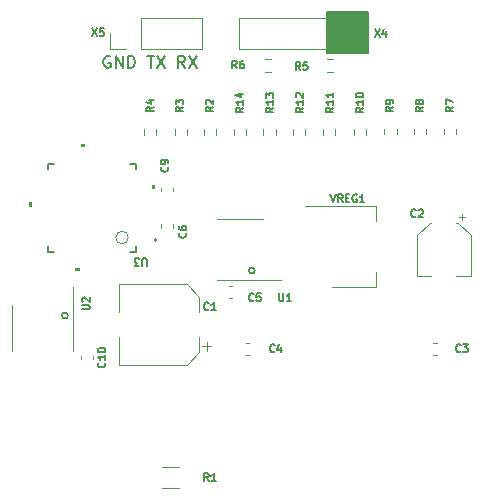
<source format=gbr>
%TF.GenerationSoftware,KiCad,Pcbnew,7.0.1*%
%TF.CreationDate,2024-04-15T22:24:01+02:00*%
%TF.ProjectId,nema17_driver,6e656d61-3137-45f6-9472-697665722e6b,rev?*%
%TF.SameCoordinates,Original*%
%TF.FileFunction,Legend,Top*%
%TF.FilePolarity,Positive*%
%FSLAX46Y46*%
G04 Gerber Fmt 4.6, Leading zero omitted, Abs format (unit mm)*
G04 Created by KiCad (PCBNEW 7.0.1) date 2024-04-15 22:24:01*
%MOMM*%
%LPD*%
G01*
G04 APERTURE LIST*
%ADD10C,0.150000*%
%ADD11C,0.120000*%
%ADD12C,0.152400*%
G04 APERTURE END LIST*
D10*
X131438749Y-86587999D02*
G75*
G03*
X131438749Y-86587999I-254000J0D01*
G01*
X147270000Y-82778000D02*
G75*
G03*
X147270000Y-82778000I-254000J0D01*
G01*
X135021591Y-64650072D02*
X134926353Y-64602453D01*
X134926353Y-64602453D02*
X134783496Y-64602453D01*
X134783496Y-64602453D02*
X134640639Y-64650072D01*
X134640639Y-64650072D02*
X134545401Y-64745310D01*
X134545401Y-64745310D02*
X134497782Y-64840548D01*
X134497782Y-64840548D02*
X134450163Y-65031024D01*
X134450163Y-65031024D02*
X134450163Y-65173881D01*
X134450163Y-65173881D02*
X134497782Y-65364357D01*
X134497782Y-65364357D02*
X134545401Y-65459595D01*
X134545401Y-65459595D02*
X134640639Y-65554834D01*
X134640639Y-65554834D02*
X134783496Y-65602453D01*
X134783496Y-65602453D02*
X134878734Y-65602453D01*
X134878734Y-65602453D02*
X135021591Y-65554834D01*
X135021591Y-65554834D02*
X135069210Y-65507214D01*
X135069210Y-65507214D02*
X135069210Y-65173881D01*
X135069210Y-65173881D02*
X134878734Y-65173881D01*
X135497782Y-65602453D02*
X135497782Y-64602453D01*
X135497782Y-64602453D02*
X136069210Y-65602453D01*
X136069210Y-65602453D02*
X136069210Y-64602453D01*
X136545401Y-65602453D02*
X136545401Y-64602453D01*
X136545401Y-64602453D02*
X136783496Y-64602453D01*
X136783496Y-64602453D02*
X136926353Y-64650072D01*
X136926353Y-64650072D02*
X137021591Y-64745310D01*
X137021591Y-64745310D02*
X137069210Y-64840548D01*
X137069210Y-64840548D02*
X137116829Y-65031024D01*
X137116829Y-65031024D02*
X137116829Y-65173881D01*
X137116829Y-65173881D02*
X137069210Y-65364357D01*
X137069210Y-65364357D02*
X137021591Y-65459595D01*
X137021591Y-65459595D02*
X136926353Y-65554834D01*
X136926353Y-65554834D02*
X136783496Y-65602453D01*
X136783496Y-65602453D02*
X136545401Y-65602453D01*
X138164449Y-64602453D02*
X138735877Y-64602453D01*
X138450163Y-65602453D02*
X138450163Y-64602453D01*
X138973973Y-64602453D02*
X139640639Y-65602453D01*
X139640639Y-64602453D02*
X138973973Y-65602453D01*
X141354925Y-65602453D02*
X141021592Y-65126262D01*
X140783497Y-65602453D02*
X140783497Y-64602453D01*
X140783497Y-64602453D02*
X141164449Y-64602453D01*
X141164449Y-64602453D02*
X141259687Y-64650072D01*
X141259687Y-64650072D02*
X141307306Y-64697691D01*
X141307306Y-64697691D02*
X141354925Y-64792929D01*
X141354925Y-64792929D02*
X141354925Y-64935786D01*
X141354925Y-64935786D02*
X141307306Y-65031024D01*
X141307306Y-65031024D02*
X141259687Y-65078643D01*
X141259687Y-65078643D02*
X141164449Y-65126262D01*
X141164449Y-65126262D02*
X140783497Y-65126262D01*
X141688259Y-64602453D02*
X142354925Y-65602453D01*
X142354925Y-64602453D02*
X141688259Y-65602453D01*
X153383986Y-60908552D02*
X156838386Y-60908552D01*
X156838386Y-64362952D01*
X153383986Y-64362952D01*
X153383986Y-60908552D01*
G36*
X153383986Y-60908552D02*
G01*
X156838386Y-60908552D01*
X156838386Y-64362952D01*
X153383986Y-64362952D01*
X153383986Y-60908552D01*
G37*
%TO.C,U3*%
X138113238Y-82365297D02*
X138113238Y-81839107D01*
X138113238Y-81839107D02*
X138082285Y-81777202D01*
X138082285Y-81777202D02*
X138051333Y-81746250D01*
X138051333Y-81746250D02*
X137989428Y-81715297D01*
X137989428Y-81715297D02*
X137865619Y-81715297D01*
X137865619Y-81715297D02*
X137803714Y-81746250D01*
X137803714Y-81746250D02*
X137772761Y-81777202D01*
X137772761Y-81777202D02*
X137741809Y-81839107D01*
X137741809Y-81839107D02*
X137741809Y-82365297D01*
X137494190Y-82365297D02*
X137091809Y-82365297D01*
X137091809Y-82365297D02*
X137308476Y-82117678D01*
X137308476Y-82117678D02*
X137215619Y-82117678D01*
X137215619Y-82117678D02*
X137153714Y-82086726D01*
X137153714Y-82086726D02*
X137122762Y-82055773D01*
X137122762Y-82055773D02*
X137091809Y-81993869D01*
X137091809Y-81993869D02*
X137091809Y-81839107D01*
X137091809Y-81839107D02*
X137122762Y-81777202D01*
X137122762Y-81777202D02*
X137153714Y-81746250D01*
X137153714Y-81746250D02*
X137215619Y-81715297D01*
X137215619Y-81715297D02*
X137401333Y-81715297D01*
X137401333Y-81715297D02*
X137463238Y-81746250D01*
X137463238Y-81746250D02*
X137494190Y-81777202D01*
%TO.C,R1*%
X143351666Y-100604702D02*
X143134999Y-100295178D01*
X142980237Y-100604702D02*
X142980237Y-99954702D01*
X142980237Y-99954702D02*
X143227856Y-99954702D01*
X143227856Y-99954702D02*
X143289761Y-99985654D01*
X143289761Y-99985654D02*
X143320714Y-100016607D01*
X143320714Y-100016607D02*
X143351666Y-100078511D01*
X143351666Y-100078511D02*
X143351666Y-100171369D01*
X143351666Y-100171369D02*
X143320714Y-100233273D01*
X143320714Y-100233273D02*
X143289761Y-100264226D01*
X143289761Y-100264226D02*
X143227856Y-100295178D01*
X143227856Y-100295178D02*
X142980237Y-100295178D01*
X143970714Y-100604702D02*
X143599285Y-100604702D01*
X143784999Y-100604702D02*
X143784999Y-99954702D01*
X143784999Y-99954702D02*
X143723095Y-100047559D01*
X143723095Y-100047559D02*
X143661190Y-100109464D01*
X143661190Y-100109464D02*
X143599285Y-100140416D01*
%TO.C,X5*%
X133485009Y-62261102D02*
X133918342Y-62911102D01*
X133918342Y-62261102D02*
X133485009Y-62911102D01*
X134475485Y-62261102D02*
X134165961Y-62261102D01*
X134165961Y-62261102D02*
X134135009Y-62570626D01*
X134135009Y-62570626D02*
X134165961Y-62539673D01*
X134165961Y-62539673D02*
X134227866Y-62508721D01*
X134227866Y-62508721D02*
X134382628Y-62508721D01*
X134382628Y-62508721D02*
X134444533Y-62539673D01*
X134444533Y-62539673D02*
X134475485Y-62570626D01*
X134475485Y-62570626D02*
X134506438Y-62632530D01*
X134506438Y-62632530D02*
X134506438Y-62787292D01*
X134506438Y-62787292D02*
X134475485Y-62849197D01*
X134475485Y-62849197D02*
X134444533Y-62880150D01*
X134444533Y-62880150D02*
X134382628Y-62911102D01*
X134382628Y-62911102D02*
X134227866Y-62911102D01*
X134227866Y-62911102D02*
X134165961Y-62880150D01*
X134165961Y-62880150D02*
X134135009Y-62849197D01*
%TO.C,R6*%
X145739266Y-65654302D02*
X145522599Y-65344778D01*
X145367837Y-65654302D02*
X145367837Y-65004302D01*
X145367837Y-65004302D02*
X145615456Y-65004302D01*
X145615456Y-65004302D02*
X145677361Y-65035254D01*
X145677361Y-65035254D02*
X145708314Y-65066207D01*
X145708314Y-65066207D02*
X145739266Y-65128111D01*
X145739266Y-65128111D02*
X145739266Y-65220969D01*
X145739266Y-65220969D02*
X145708314Y-65282873D01*
X145708314Y-65282873D02*
X145677361Y-65313826D01*
X145677361Y-65313826D02*
X145615456Y-65344778D01*
X145615456Y-65344778D02*
X145367837Y-65344778D01*
X146296409Y-65004302D02*
X146172599Y-65004302D01*
X146172599Y-65004302D02*
X146110695Y-65035254D01*
X146110695Y-65035254D02*
X146079742Y-65066207D01*
X146079742Y-65066207D02*
X146017837Y-65159064D01*
X146017837Y-65159064D02*
X145986885Y-65282873D01*
X145986885Y-65282873D02*
X145986885Y-65530492D01*
X145986885Y-65530492D02*
X146017837Y-65592397D01*
X146017837Y-65592397D02*
X146048790Y-65623350D01*
X146048790Y-65623350D02*
X146110695Y-65654302D01*
X146110695Y-65654302D02*
X146234504Y-65654302D01*
X146234504Y-65654302D02*
X146296409Y-65623350D01*
X146296409Y-65623350D02*
X146327361Y-65592397D01*
X146327361Y-65592397D02*
X146358314Y-65530492D01*
X146358314Y-65530492D02*
X146358314Y-65375730D01*
X146358314Y-65375730D02*
X146327361Y-65313826D01*
X146327361Y-65313826D02*
X146296409Y-65282873D01*
X146296409Y-65282873D02*
X146234504Y-65251921D01*
X146234504Y-65251921D02*
X146110695Y-65251921D01*
X146110695Y-65251921D02*
X146048790Y-65282873D01*
X146048790Y-65282873D02*
X146017837Y-65313826D01*
X146017837Y-65313826D02*
X145986885Y-65375730D01*
%TO.C,R9*%
X159000702Y-68916333D02*
X158691178Y-69133000D01*
X159000702Y-69287762D02*
X158350702Y-69287762D01*
X158350702Y-69287762D02*
X158350702Y-69040143D01*
X158350702Y-69040143D02*
X158381654Y-68978238D01*
X158381654Y-68978238D02*
X158412607Y-68947285D01*
X158412607Y-68947285D02*
X158474511Y-68916333D01*
X158474511Y-68916333D02*
X158567369Y-68916333D01*
X158567369Y-68916333D02*
X158629273Y-68947285D01*
X158629273Y-68947285D02*
X158660226Y-68978238D01*
X158660226Y-68978238D02*
X158691178Y-69040143D01*
X158691178Y-69040143D02*
X158691178Y-69287762D01*
X159000702Y-68606809D02*
X159000702Y-68483000D01*
X159000702Y-68483000D02*
X158969750Y-68421095D01*
X158969750Y-68421095D02*
X158938797Y-68390143D01*
X158938797Y-68390143D02*
X158845940Y-68328238D01*
X158845940Y-68328238D02*
X158722130Y-68297285D01*
X158722130Y-68297285D02*
X158474511Y-68297285D01*
X158474511Y-68297285D02*
X158412607Y-68328238D01*
X158412607Y-68328238D02*
X158381654Y-68359190D01*
X158381654Y-68359190D02*
X158350702Y-68421095D01*
X158350702Y-68421095D02*
X158350702Y-68544904D01*
X158350702Y-68544904D02*
X158381654Y-68606809D01*
X158381654Y-68606809D02*
X158412607Y-68637762D01*
X158412607Y-68637762D02*
X158474511Y-68668714D01*
X158474511Y-68668714D02*
X158629273Y-68668714D01*
X158629273Y-68668714D02*
X158691178Y-68637762D01*
X158691178Y-68637762D02*
X158722130Y-68606809D01*
X158722130Y-68606809D02*
X158753083Y-68544904D01*
X158753083Y-68544904D02*
X158753083Y-68421095D01*
X158753083Y-68421095D02*
X158722130Y-68359190D01*
X158722130Y-68359190D02*
X158691178Y-68328238D01*
X158691178Y-68328238D02*
X158629273Y-68297285D01*
%TO.C,C10*%
X134554797Y-90561857D02*
X134585750Y-90592809D01*
X134585750Y-90592809D02*
X134616702Y-90685667D01*
X134616702Y-90685667D02*
X134616702Y-90747571D01*
X134616702Y-90747571D02*
X134585750Y-90840428D01*
X134585750Y-90840428D02*
X134523845Y-90902333D01*
X134523845Y-90902333D02*
X134461940Y-90933286D01*
X134461940Y-90933286D02*
X134338130Y-90964238D01*
X134338130Y-90964238D02*
X134245273Y-90964238D01*
X134245273Y-90964238D02*
X134121464Y-90933286D01*
X134121464Y-90933286D02*
X134059559Y-90902333D01*
X134059559Y-90902333D02*
X133997654Y-90840428D01*
X133997654Y-90840428D02*
X133966702Y-90747571D01*
X133966702Y-90747571D02*
X133966702Y-90685667D01*
X133966702Y-90685667D02*
X133997654Y-90592809D01*
X133997654Y-90592809D02*
X134028607Y-90561857D01*
X134616702Y-89942809D02*
X134616702Y-90314238D01*
X134616702Y-90128524D02*
X133966702Y-90128524D01*
X133966702Y-90128524D02*
X134059559Y-90190428D01*
X134059559Y-90190428D02*
X134121464Y-90252333D01*
X134121464Y-90252333D02*
X134152416Y-90314238D01*
X133966702Y-89540428D02*
X133966702Y-89478523D01*
X133966702Y-89478523D02*
X133997654Y-89416619D01*
X133997654Y-89416619D02*
X134028607Y-89385666D01*
X134028607Y-89385666D02*
X134090511Y-89354714D01*
X134090511Y-89354714D02*
X134214321Y-89323761D01*
X134214321Y-89323761D02*
X134369083Y-89323761D01*
X134369083Y-89323761D02*
X134492892Y-89354714D01*
X134492892Y-89354714D02*
X134554797Y-89385666D01*
X134554797Y-89385666D02*
X134585750Y-89416619D01*
X134585750Y-89416619D02*
X134616702Y-89478523D01*
X134616702Y-89478523D02*
X134616702Y-89540428D01*
X134616702Y-89540428D02*
X134585750Y-89602333D01*
X134585750Y-89602333D02*
X134554797Y-89633285D01*
X134554797Y-89633285D02*
X134492892Y-89664238D01*
X134492892Y-89664238D02*
X134369083Y-89695190D01*
X134369083Y-89695190D02*
X134214321Y-89695190D01*
X134214321Y-89695190D02*
X134090511Y-89664238D01*
X134090511Y-89664238D02*
X134028607Y-89633285D01*
X134028607Y-89633285D02*
X133997654Y-89602333D01*
X133997654Y-89602333D02*
X133966702Y-89540428D01*
%TO.C,R2*%
X143760702Y-68916333D02*
X143451178Y-69133000D01*
X143760702Y-69287762D02*
X143110702Y-69287762D01*
X143110702Y-69287762D02*
X143110702Y-69040143D01*
X143110702Y-69040143D02*
X143141654Y-68978238D01*
X143141654Y-68978238D02*
X143172607Y-68947285D01*
X143172607Y-68947285D02*
X143234511Y-68916333D01*
X143234511Y-68916333D02*
X143327369Y-68916333D01*
X143327369Y-68916333D02*
X143389273Y-68947285D01*
X143389273Y-68947285D02*
X143420226Y-68978238D01*
X143420226Y-68978238D02*
X143451178Y-69040143D01*
X143451178Y-69040143D02*
X143451178Y-69287762D01*
X143172607Y-68668714D02*
X143141654Y-68637762D01*
X143141654Y-68637762D02*
X143110702Y-68575857D01*
X143110702Y-68575857D02*
X143110702Y-68421095D01*
X143110702Y-68421095D02*
X143141654Y-68359190D01*
X143141654Y-68359190D02*
X143172607Y-68328238D01*
X143172607Y-68328238D02*
X143234511Y-68297285D01*
X143234511Y-68297285D02*
X143296416Y-68297285D01*
X143296416Y-68297285D02*
X143389273Y-68328238D01*
X143389273Y-68328238D02*
X143760702Y-68699666D01*
X143760702Y-68699666D02*
X143760702Y-68297285D01*
%TO.C,R14*%
X146300702Y-68971857D02*
X145991178Y-69188524D01*
X146300702Y-69343286D02*
X145650702Y-69343286D01*
X145650702Y-69343286D02*
X145650702Y-69095667D01*
X145650702Y-69095667D02*
X145681654Y-69033762D01*
X145681654Y-69033762D02*
X145712607Y-69002809D01*
X145712607Y-69002809D02*
X145774511Y-68971857D01*
X145774511Y-68971857D02*
X145867369Y-68971857D01*
X145867369Y-68971857D02*
X145929273Y-69002809D01*
X145929273Y-69002809D02*
X145960226Y-69033762D01*
X145960226Y-69033762D02*
X145991178Y-69095667D01*
X145991178Y-69095667D02*
X145991178Y-69343286D01*
X146300702Y-68352809D02*
X146300702Y-68724238D01*
X146300702Y-68538524D02*
X145650702Y-68538524D01*
X145650702Y-68538524D02*
X145743559Y-68600428D01*
X145743559Y-68600428D02*
X145805464Y-68662333D01*
X145805464Y-68662333D02*
X145836416Y-68724238D01*
X145867369Y-67795666D02*
X146300702Y-67795666D01*
X145619750Y-67950428D02*
X146084035Y-68105190D01*
X146084035Y-68105190D02*
X146084035Y-67702809D01*
%TO.C,VREG1*%
X153673761Y-76332702D02*
X153890428Y-76982702D01*
X153890428Y-76982702D02*
X154107095Y-76332702D01*
X154695190Y-76982702D02*
X154478523Y-76673178D01*
X154323761Y-76982702D02*
X154323761Y-76332702D01*
X154323761Y-76332702D02*
X154571380Y-76332702D01*
X154571380Y-76332702D02*
X154633285Y-76363654D01*
X154633285Y-76363654D02*
X154664238Y-76394607D01*
X154664238Y-76394607D02*
X154695190Y-76456511D01*
X154695190Y-76456511D02*
X154695190Y-76549369D01*
X154695190Y-76549369D02*
X154664238Y-76611273D01*
X154664238Y-76611273D02*
X154633285Y-76642226D01*
X154633285Y-76642226D02*
X154571380Y-76673178D01*
X154571380Y-76673178D02*
X154323761Y-76673178D01*
X154973761Y-76642226D02*
X155190428Y-76642226D01*
X155283285Y-76982702D02*
X154973761Y-76982702D01*
X154973761Y-76982702D02*
X154973761Y-76332702D01*
X154973761Y-76332702D02*
X155283285Y-76332702D01*
X155902333Y-76363654D02*
X155840428Y-76332702D01*
X155840428Y-76332702D02*
X155747571Y-76332702D01*
X155747571Y-76332702D02*
X155654714Y-76363654D01*
X155654714Y-76363654D02*
X155592809Y-76425559D01*
X155592809Y-76425559D02*
X155561856Y-76487464D01*
X155561856Y-76487464D02*
X155530904Y-76611273D01*
X155530904Y-76611273D02*
X155530904Y-76704130D01*
X155530904Y-76704130D02*
X155561856Y-76827940D01*
X155561856Y-76827940D02*
X155592809Y-76889845D01*
X155592809Y-76889845D02*
X155654714Y-76951750D01*
X155654714Y-76951750D02*
X155747571Y-76982702D01*
X155747571Y-76982702D02*
X155809475Y-76982702D01*
X155809475Y-76982702D02*
X155902333Y-76951750D01*
X155902333Y-76951750D02*
X155933285Y-76920797D01*
X155933285Y-76920797D02*
X155933285Y-76704130D01*
X155933285Y-76704130D02*
X155809475Y-76704130D01*
X156552333Y-76982702D02*
X156180904Y-76982702D01*
X156366618Y-76982702D02*
X156366618Y-76332702D01*
X156366618Y-76332702D02*
X156304714Y-76425559D01*
X156304714Y-76425559D02*
X156242809Y-76487464D01*
X156242809Y-76487464D02*
X156180904Y-76518416D01*
%TO.C,C5*%
X147161666Y-85302797D02*
X147130714Y-85333750D01*
X147130714Y-85333750D02*
X147037856Y-85364702D01*
X147037856Y-85364702D02*
X146975952Y-85364702D01*
X146975952Y-85364702D02*
X146883095Y-85333750D01*
X146883095Y-85333750D02*
X146821190Y-85271845D01*
X146821190Y-85271845D02*
X146790237Y-85209940D01*
X146790237Y-85209940D02*
X146759285Y-85086130D01*
X146759285Y-85086130D02*
X146759285Y-84993273D01*
X146759285Y-84993273D02*
X146790237Y-84869464D01*
X146790237Y-84869464D02*
X146821190Y-84807559D01*
X146821190Y-84807559D02*
X146883095Y-84745654D01*
X146883095Y-84745654D02*
X146975952Y-84714702D01*
X146975952Y-84714702D02*
X147037856Y-84714702D01*
X147037856Y-84714702D02*
X147130714Y-84745654D01*
X147130714Y-84745654D02*
X147161666Y-84776607D01*
X147749761Y-84714702D02*
X147440237Y-84714702D01*
X147440237Y-84714702D02*
X147409285Y-85024226D01*
X147409285Y-85024226D02*
X147440237Y-84993273D01*
X147440237Y-84993273D02*
X147502142Y-84962321D01*
X147502142Y-84962321D02*
X147656904Y-84962321D01*
X147656904Y-84962321D02*
X147718809Y-84993273D01*
X147718809Y-84993273D02*
X147749761Y-85024226D01*
X147749761Y-85024226D02*
X147780714Y-85086130D01*
X147780714Y-85086130D02*
X147780714Y-85240892D01*
X147780714Y-85240892D02*
X147749761Y-85302797D01*
X147749761Y-85302797D02*
X147718809Y-85333750D01*
X147718809Y-85333750D02*
X147656904Y-85364702D01*
X147656904Y-85364702D02*
X147502142Y-85364702D01*
X147502142Y-85364702D02*
X147440237Y-85333750D01*
X147440237Y-85333750D02*
X147409285Y-85302797D01*
%TO.C,R8*%
X161540702Y-68916333D02*
X161231178Y-69133000D01*
X161540702Y-69287762D02*
X160890702Y-69287762D01*
X160890702Y-69287762D02*
X160890702Y-69040143D01*
X160890702Y-69040143D02*
X160921654Y-68978238D01*
X160921654Y-68978238D02*
X160952607Y-68947285D01*
X160952607Y-68947285D02*
X161014511Y-68916333D01*
X161014511Y-68916333D02*
X161107369Y-68916333D01*
X161107369Y-68916333D02*
X161169273Y-68947285D01*
X161169273Y-68947285D02*
X161200226Y-68978238D01*
X161200226Y-68978238D02*
X161231178Y-69040143D01*
X161231178Y-69040143D02*
X161231178Y-69287762D01*
X161169273Y-68544904D02*
X161138321Y-68606809D01*
X161138321Y-68606809D02*
X161107369Y-68637762D01*
X161107369Y-68637762D02*
X161045464Y-68668714D01*
X161045464Y-68668714D02*
X161014511Y-68668714D01*
X161014511Y-68668714D02*
X160952607Y-68637762D01*
X160952607Y-68637762D02*
X160921654Y-68606809D01*
X160921654Y-68606809D02*
X160890702Y-68544904D01*
X160890702Y-68544904D02*
X160890702Y-68421095D01*
X160890702Y-68421095D02*
X160921654Y-68359190D01*
X160921654Y-68359190D02*
X160952607Y-68328238D01*
X160952607Y-68328238D02*
X161014511Y-68297285D01*
X161014511Y-68297285D02*
X161045464Y-68297285D01*
X161045464Y-68297285D02*
X161107369Y-68328238D01*
X161107369Y-68328238D02*
X161138321Y-68359190D01*
X161138321Y-68359190D02*
X161169273Y-68421095D01*
X161169273Y-68421095D02*
X161169273Y-68544904D01*
X161169273Y-68544904D02*
X161200226Y-68606809D01*
X161200226Y-68606809D02*
X161231178Y-68637762D01*
X161231178Y-68637762D02*
X161293083Y-68668714D01*
X161293083Y-68668714D02*
X161416892Y-68668714D01*
X161416892Y-68668714D02*
X161478797Y-68637762D01*
X161478797Y-68637762D02*
X161509750Y-68606809D01*
X161509750Y-68606809D02*
X161540702Y-68544904D01*
X161540702Y-68544904D02*
X161540702Y-68421095D01*
X161540702Y-68421095D02*
X161509750Y-68359190D01*
X161509750Y-68359190D02*
X161478797Y-68328238D01*
X161478797Y-68328238D02*
X161416892Y-68297285D01*
X161416892Y-68297285D02*
X161293083Y-68297285D01*
X161293083Y-68297285D02*
X161231178Y-68328238D01*
X161231178Y-68328238D02*
X161200226Y-68359190D01*
X161200226Y-68359190D02*
X161169273Y-68421095D01*
%TO.C,R5*%
X151124066Y-65755902D02*
X150907399Y-65446378D01*
X150752637Y-65755902D02*
X150752637Y-65105902D01*
X150752637Y-65105902D02*
X151000256Y-65105902D01*
X151000256Y-65105902D02*
X151062161Y-65136854D01*
X151062161Y-65136854D02*
X151093114Y-65167807D01*
X151093114Y-65167807D02*
X151124066Y-65229711D01*
X151124066Y-65229711D02*
X151124066Y-65322569D01*
X151124066Y-65322569D02*
X151093114Y-65384473D01*
X151093114Y-65384473D02*
X151062161Y-65415426D01*
X151062161Y-65415426D02*
X151000256Y-65446378D01*
X151000256Y-65446378D02*
X150752637Y-65446378D01*
X151712161Y-65105902D02*
X151402637Y-65105902D01*
X151402637Y-65105902D02*
X151371685Y-65415426D01*
X151371685Y-65415426D02*
X151402637Y-65384473D01*
X151402637Y-65384473D02*
X151464542Y-65353521D01*
X151464542Y-65353521D02*
X151619304Y-65353521D01*
X151619304Y-65353521D02*
X151681209Y-65384473D01*
X151681209Y-65384473D02*
X151712161Y-65415426D01*
X151712161Y-65415426D02*
X151743114Y-65477330D01*
X151743114Y-65477330D02*
X151743114Y-65632092D01*
X151743114Y-65632092D02*
X151712161Y-65693997D01*
X151712161Y-65693997D02*
X151681209Y-65724950D01*
X151681209Y-65724950D02*
X151619304Y-65755902D01*
X151619304Y-65755902D02*
X151464542Y-65755902D01*
X151464542Y-65755902D02*
X151402637Y-65724950D01*
X151402637Y-65724950D02*
X151371685Y-65693997D01*
%TO.C,U2*%
X132646502Y-86067238D02*
X133172692Y-86067238D01*
X133172692Y-86067238D02*
X133234597Y-86036285D01*
X133234597Y-86036285D02*
X133265550Y-86005333D01*
X133265550Y-86005333D02*
X133296502Y-85943428D01*
X133296502Y-85943428D02*
X133296502Y-85819619D01*
X133296502Y-85819619D02*
X133265550Y-85757714D01*
X133265550Y-85757714D02*
X133234597Y-85726761D01*
X133234597Y-85726761D02*
X133172692Y-85695809D01*
X133172692Y-85695809D02*
X132646502Y-85695809D01*
X132708407Y-85417238D02*
X132677454Y-85386286D01*
X132677454Y-85386286D02*
X132646502Y-85324381D01*
X132646502Y-85324381D02*
X132646502Y-85169619D01*
X132646502Y-85169619D02*
X132677454Y-85107714D01*
X132677454Y-85107714D02*
X132708407Y-85076762D01*
X132708407Y-85076762D02*
X132770311Y-85045809D01*
X132770311Y-85045809D02*
X132832216Y-85045809D01*
X132832216Y-85045809D02*
X132925073Y-85076762D01*
X132925073Y-85076762D02*
X133296502Y-85448190D01*
X133296502Y-85448190D02*
X133296502Y-85045809D01*
%TO.C,R12*%
X151380702Y-68971857D02*
X151071178Y-69188524D01*
X151380702Y-69343286D02*
X150730702Y-69343286D01*
X150730702Y-69343286D02*
X150730702Y-69095667D01*
X150730702Y-69095667D02*
X150761654Y-69033762D01*
X150761654Y-69033762D02*
X150792607Y-69002809D01*
X150792607Y-69002809D02*
X150854511Y-68971857D01*
X150854511Y-68971857D02*
X150947369Y-68971857D01*
X150947369Y-68971857D02*
X151009273Y-69002809D01*
X151009273Y-69002809D02*
X151040226Y-69033762D01*
X151040226Y-69033762D02*
X151071178Y-69095667D01*
X151071178Y-69095667D02*
X151071178Y-69343286D01*
X151380702Y-68352809D02*
X151380702Y-68724238D01*
X151380702Y-68538524D02*
X150730702Y-68538524D01*
X150730702Y-68538524D02*
X150823559Y-68600428D01*
X150823559Y-68600428D02*
X150885464Y-68662333D01*
X150885464Y-68662333D02*
X150916416Y-68724238D01*
X150792607Y-68105190D02*
X150761654Y-68074238D01*
X150761654Y-68074238D02*
X150730702Y-68012333D01*
X150730702Y-68012333D02*
X150730702Y-67857571D01*
X150730702Y-67857571D02*
X150761654Y-67795666D01*
X150761654Y-67795666D02*
X150792607Y-67764714D01*
X150792607Y-67764714D02*
X150854511Y-67733761D01*
X150854511Y-67733761D02*
X150916416Y-67733761D01*
X150916416Y-67733761D02*
X151009273Y-67764714D01*
X151009273Y-67764714D02*
X151380702Y-68136142D01*
X151380702Y-68136142D02*
X151380702Y-67733761D01*
%TO.C,R7*%
X164080702Y-68916333D02*
X163771178Y-69133000D01*
X164080702Y-69287762D02*
X163430702Y-69287762D01*
X163430702Y-69287762D02*
X163430702Y-69040143D01*
X163430702Y-69040143D02*
X163461654Y-68978238D01*
X163461654Y-68978238D02*
X163492607Y-68947285D01*
X163492607Y-68947285D02*
X163554511Y-68916333D01*
X163554511Y-68916333D02*
X163647369Y-68916333D01*
X163647369Y-68916333D02*
X163709273Y-68947285D01*
X163709273Y-68947285D02*
X163740226Y-68978238D01*
X163740226Y-68978238D02*
X163771178Y-69040143D01*
X163771178Y-69040143D02*
X163771178Y-69287762D01*
X163430702Y-68699666D02*
X163430702Y-68266333D01*
X163430702Y-68266333D02*
X164080702Y-68544904D01*
%TO.C,U1*%
X149314761Y-84714702D02*
X149314761Y-85240892D01*
X149314761Y-85240892D02*
X149345714Y-85302797D01*
X149345714Y-85302797D02*
X149376666Y-85333750D01*
X149376666Y-85333750D02*
X149438571Y-85364702D01*
X149438571Y-85364702D02*
X149562380Y-85364702D01*
X149562380Y-85364702D02*
X149624285Y-85333750D01*
X149624285Y-85333750D02*
X149655238Y-85302797D01*
X149655238Y-85302797D02*
X149686190Y-85240892D01*
X149686190Y-85240892D02*
X149686190Y-84714702D01*
X150336190Y-85364702D02*
X149964761Y-85364702D01*
X150150475Y-85364702D02*
X150150475Y-84714702D01*
X150150475Y-84714702D02*
X150088571Y-84807559D01*
X150088571Y-84807559D02*
X150026666Y-84869464D01*
X150026666Y-84869464D02*
X149964761Y-84900416D01*
%TO.C,X4*%
X157411809Y-62311902D02*
X157845142Y-62961902D01*
X157845142Y-62311902D02*
X157411809Y-62961902D01*
X158371333Y-62528569D02*
X158371333Y-62961902D01*
X158216571Y-62280950D02*
X158061809Y-62745235D01*
X158061809Y-62745235D02*
X158464190Y-62745235D01*
%TO.C,R4*%
X138731502Y-68916333D02*
X138421978Y-69133000D01*
X138731502Y-69287762D02*
X138081502Y-69287762D01*
X138081502Y-69287762D02*
X138081502Y-69040143D01*
X138081502Y-69040143D02*
X138112454Y-68978238D01*
X138112454Y-68978238D02*
X138143407Y-68947285D01*
X138143407Y-68947285D02*
X138205311Y-68916333D01*
X138205311Y-68916333D02*
X138298169Y-68916333D01*
X138298169Y-68916333D02*
X138360073Y-68947285D01*
X138360073Y-68947285D02*
X138391026Y-68978238D01*
X138391026Y-68978238D02*
X138421978Y-69040143D01*
X138421978Y-69040143D02*
X138421978Y-69287762D01*
X138298169Y-68359190D02*
X138731502Y-68359190D01*
X138050550Y-68513952D02*
X138514835Y-68668714D01*
X138514835Y-68668714D02*
X138514835Y-68266333D01*
%TO.C,C4*%
X148939666Y-89620797D02*
X148908714Y-89651750D01*
X148908714Y-89651750D02*
X148815856Y-89682702D01*
X148815856Y-89682702D02*
X148753952Y-89682702D01*
X148753952Y-89682702D02*
X148661095Y-89651750D01*
X148661095Y-89651750D02*
X148599190Y-89589845D01*
X148599190Y-89589845D02*
X148568237Y-89527940D01*
X148568237Y-89527940D02*
X148537285Y-89404130D01*
X148537285Y-89404130D02*
X148537285Y-89311273D01*
X148537285Y-89311273D02*
X148568237Y-89187464D01*
X148568237Y-89187464D02*
X148599190Y-89125559D01*
X148599190Y-89125559D02*
X148661095Y-89063654D01*
X148661095Y-89063654D02*
X148753952Y-89032702D01*
X148753952Y-89032702D02*
X148815856Y-89032702D01*
X148815856Y-89032702D02*
X148908714Y-89063654D01*
X148908714Y-89063654D02*
X148939666Y-89094607D01*
X149496809Y-89249369D02*
X149496809Y-89682702D01*
X149342047Y-89001750D02*
X149187285Y-89466035D01*
X149187285Y-89466035D02*
X149589666Y-89466035D01*
%TO.C,C9*%
X139888797Y-73996333D02*
X139919750Y-74027285D01*
X139919750Y-74027285D02*
X139950702Y-74120143D01*
X139950702Y-74120143D02*
X139950702Y-74182047D01*
X139950702Y-74182047D02*
X139919750Y-74274904D01*
X139919750Y-74274904D02*
X139857845Y-74336809D01*
X139857845Y-74336809D02*
X139795940Y-74367762D01*
X139795940Y-74367762D02*
X139672130Y-74398714D01*
X139672130Y-74398714D02*
X139579273Y-74398714D01*
X139579273Y-74398714D02*
X139455464Y-74367762D01*
X139455464Y-74367762D02*
X139393559Y-74336809D01*
X139393559Y-74336809D02*
X139331654Y-74274904D01*
X139331654Y-74274904D02*
X139300702Y-74182047D01*
X139300702Y-74182047D02*
X139300702Y-74120143D01*
X139300702Y-74120143D02*
X139331654Y-74027285D01*
X139331654Y-74027285D02*
X139362607Y-73996333D01*
X139950702Y-73686809D02*
X139950702Y-73563000D01*
X139950702Y-73563000D02*
X139919750Y-73501095D01*
X139919750Y-73501095D02*
X139888797Y-73470143D01*
X139888797Y-73470143D02*
X139795940Y-73408238D01*
X139795940Y-73408238D02*
X139672130Y-73377285D01*
X139672130Y-73377285D02*
X139424511Y-73377285D01*
X139424511Y-73377285D02*
X139362607Y-73408238D01*
X139362607Y-73408238D02*
X139331654Y-73439190D01*
X139331654Y-73439190D02*
X139300702Y-73501095D01*
X139300702Y-73501095D02*
X139300702Y-73624904D01*
X139300702Y-73624904D02*
X139331654Y-73686809D01*
X139331654Y-73686809D02*
X139362607Y-73717762D01*
X139362607Y-73717762D02*
X139424511Y-73748714D01*
X139424511Y-73748714D02*
X139579273Y-73748714D01*
X139579273Y-73748714D02*
X139641178Y-73717762D01*
X139641178Y-73717762D02*
X139672130Y-73686809D01*
X139672130Y-73686809D02*
X139703083Y-73624904D01*
X139703083Y-73624904D02*
X139703083Y-73501095D01*
X139703083Y-73501095D02*
X139672130Y-73439190D01*
X139672130Y-73439190D02*
X139641178Y-73408238D01*
X139641178Y-73408238D02*
X139579273Y-73377285D01*
%TO.C,C2*%
X160877666Y-78190797D02*
X160846714Y-78221750D01*
X160846714Y-78221750D02*
X160753856Y-78252702D01*
X160753856Y-78252702D02*
X160691952Y-78252702D01*
X160691952Y-78252702D02*
X160599095Y-78221750D01*
X160599095Y-78221750D02*
X160537190Y-78159845D01*
X160537190Y-78159845D02*
X160506237Y-78097940D01*
X160506237Y-78097940D02*
X160475285Y-77974130D01*
X160475285Y-77974130D02*
X160475285Y-77881273D01*
X160475285Y-77881273D02*
X160506237Y-77757464D01*
X160506237Y-77757464D02*
X160537190Y-77695559D01*
X160537190Y-77695559D02*
X160599095Y-77633654D01*
X160599095Y-77633654D02*
X160691952Y-77602702D01*
X160691952Y-77602702D02*
X160753856Y-77602702D01*
X160753856Y-77602702D02*
X160846714Y-77633654D01*
X160846714Y-77633654D02*
X160877666Y-77664607D01*
X161125285Y-77664607D02*
X161156237Y-77633654D01*
X161156237Y-77633654D02*
X161218142Y-77602702D01*
X161218142Y-77602702D02*
X161372904Y-77602702D01*
X161372904Y-77602702D02*
X161434809Y-77633654D01*
X161434809Y-77633654D02*
X161465761Y-77664607D01*
X161465761Y-77664607D02*
X161496714Y-77726511D01*
X161496714Y-77726511D02*
X161496714Y-77788416D01*
X161496714Y-77788416D02*
X161465761Y-77881273D01*
X161465761Y-77881273D02*
X161094333Y-78252702D01*
X161094333Y-78252702D02*
X161496714Y-78252702D01*
%TO.C,R3*%
X141220702Y-68916333D02*
X140911178Y-69133000D01*
X141220702Y-69287762D02*
X140570702Y-69287762D01*
X140570702Y-69287762D02*
X140570702Y-69040143D01*
X140570702Y-69040143D02*
X140601654Y-68978238D01*
X140601654Y-68978238D02*
X140632607Y-68947285D01*
X140632607Y-68947285D02*
X140694511Y-68916333D01*
X140694511Y-68916333D02*
X140787369Y-68916333D01*
X140787369Y-68916333D02*
X140849273Y-68947285D01*
X140849273Y-68947285D02*
X140880226Y-68978238D01*
X140880226Y-68978238D02*
X140911178Y-69040143D01*
X140911178Y-69040143D02*
X140911178Y-69287762D01*
X140570702Y-68699666D02*
X140570702Y-68297285D01*
X140570702Y-68297285D02*
X140818321Y-68513952D01*
X140818321Y-68513952D02*
X140818321Y-68421095D01*
X140818321Y-68421095D02*
X140849273Y-68359190D01*
X140849273Y-68359190D02*
X140880226Y-68328238D01*
X140880226Y-68328238D02*
X140942130Y-68297285D01*
X140942130Y-68297285D02*
X141096892Y-68297285D01*
X141096892Y-68297285D02*
X141158797Y-68328238D01*
X141158797Y-68328238D02*
X141189750Y-68359190D01*
X141189750Y-68359190D02*
X141220702Y-68421095D01*
X141220702Y-68421095D02*
X141220702Y-68606809D01*
X141220702Y-68606809D02*
X141189750Y-68668714D01*
X141189750Y-68668714D02*
X141158797Y-68699666D01*
%TO.C,C3*%
X164687666Y-89620797D02*
X164656714Y-89651750D01*
X164656714Y-89651750D02*
X164563856Y-89682702D01*
X164563856Y-89682702D02*
X164501952Y-89682702D01*
X164501952Y-89682702D02*
X164409095Y-89651750D01*
X164409095Y-89651750D02*
X164347190Y-89589845D01*
X164347190Y-89589845D02*
X164316237Y-89527940D01*
X164316237Y-89527940D02*
X164285285Y-89404130D01*
X164285285Y-89404130D02*
X164285285Y-89311273D01*
X164285285Y-89311273D02*
X164316237Y-89187464D01*
X164316237Y-89187464D02*
X164347190Y-89125559D01*
X164347190Y-89125559D02*
X164409095Y-89063654D01*
X164409095Y-89063654D02*
X164501952Y-89032702D01*
X164501952Y-89032702D02*
X164563856Y-89032702D01*
X164563856Y-89032702D02*
X164656714Y-89063654D01*
X164656714Y-89063654D02*
X164687666Y-89094607D01*
X164904333Y-89032702D02*
X165306714Y-89032702D01*
X165306714Y-89032702D02*
X165090047Y-89280321D01*
X165090047Y-89280321D02*
X165182904Y-89280321D01*
X165182904Y-89280321D02*
X165244809Y-89311273D01*
X165244809Y-89311273D02*
X165275761Y-89342226D01*
X165275761Y-89342226D02*
X165306714Y-89404130D01*
X165306714Y-89404130D02*
X165306714Y-89558892D01*
X165306714Y-89558892D02*
X165275761Y-89620797D01*
X165275761Y-89620797D02*
X165244809Y-89651750D01*
X165244809Y-89651750D02*
X165182904Y-89682702D01*
X165182904Y-89682702D02*
X164997190Y-89682702D01*
X164997190Y-89682702D02*
X164935285Y-89651750D01*
X164935285Y-89651750D02*
X164904333Y-89620797D01*
%TO.C,R10*%
X156460702Y-68971857D02*
X156151178Y-69188524D01*
X156460702Y-69343286D02*
X155810702Y-69343286D01*
X155810702Y-69343286D02*
X155810702Y-69095667D01*
X155810702Y-69095667D02*
X155841654Y-69033762D01*
X155841654Y-69033762D02*
X155872607Y-69002809D01*
X155872607Y-69002809D02*
X155934511Y-68971857D01*
X155934511Y-68971857D02*
X156027369Y-68971857D01*
X156027369Y-68971857D02*
X156089273Y-69002809D01*
X156089273Y-69002809D02*
X156120226Y-69033762D01*
X156120226Y-69033762D02*
X156151178Y-69095667D01*
X156151178Y-69095667D02*
X156151178Y-69343286D01*
X156460702Y-68352809D02*
X156460702Y-68724238D01*
X156460702Y-68538524D02*
X155810702Y-68538524D01*
X155810702Y-68538524D02*
X155903559Y-68600428D01*
X155903559Y-68600428D02*
X155965464Y-68662333D01*
X155965464Y-68662333D02*
X155996416Y-68724238D01*
X155810702Y-67950428D02*
X155810702Y-67888523D01*
X155810702Y-67888523D02*
X155841654Y-67826619D01*
X155841654Y-67826619D02*
X155872607Y-67795666D01*
X155872607Y-67795666D02*
X155934511Y-67764714D01*
X155934511Y-67764714D02*
X156058321Y-67733761D01*
X156058321Y-67733761D02*
X156213083Y-67733761D01*
X156213083Y-67733761D02*
X156336892Y-67764714D01*
X156336892Y-67764714D02*
X156398797Y-67795666D01*
X156398797Y-67795666D02*
X156429750Y-67826619D01*
X156429750Y-67826619D02*
X156460702Y-67888523D01*
X156460702Y-67888523D02*
X156460702Y-67950428D01*
X156460702Y-67950428D02*
X156429750Y-68012333D01*
X156429750Y-68012333D02*
X156398797Y-68043285D01*
X156398797Y-68043285D02*
X156336892Y-68074238D01*
X156336892Y-68074238D02*
X156213083Y-68105190D01*
X156213083Y-68105190D02*
X156058321Y-68105190D01*
X156058321Y-68105190D02*
X155934511Y-68074238D01*
X155934511Y-68074238D02*
X155872607Y-68043285D01*
X155872607Y-68043285D02*
X155841654Y-68012333D01*
X155841654Y-68012333D02*
X155810702Y-67950428D01*
%TO.C,C1*%
X143351666Y-86064797D02*
X143320714Y-86095750D01*
X143320714Y-86095750D02*
X143227856Y-86126702D01*
X143227856Y-86126702D02*
X143165952Y-86126702D01*
X143165952Y-86126702D02*
X143073095Y-86095750D01*
X143073095Y-86095750D02*
X143011190Y-86033845D01*
X143011190Y-86033845D02*
X142980237Y-85971940D01*
X142980237Y-85971940D02*
X142949285Y-85848130D01*
X142949285Y-85848130D02*
X142949285Y-85755273D01*
X142949285Y-85755273D02*
X142980237Y-85631464D01*
X142980237Y-85631464D02*
X143011190Y-85569559D01*
X143011190Y-85569559D02*
X143073095Y-85507654D01*
X143073095Y-85507654D02*
X143165952Y-85476702D01*
X143165952Y-85476702D02*
X143227856Y-85476702D01*
X143227856Y-85476702D02*
X143320714Y-85507654D01*
X143320714Y-85507654D02*
X143351666Y-85538607D01*
X143970714Y-86126702D02*
X143599285Y-86126702D01*
X143784999Y-86126702D02*
X143784999Y-85476702D01*
X143784999Y-85476702D02*
X143723095Y-85569559D01*
X143723095Y-85569559D02*
X143661190Y-85631464D01*
X143661190Y-85631464D02*
X143599285Y-85662416D01*
%TO.C,C6*%
X141412797Y-79584333D02*
X141443750Y-79615285D01*
X141443750Y-79615285D02*
X141474702Y-79708143D01*
X141474702Y-79708143D02*
X141474702Y-79770047D01*
X141474702Y-79770047D02*
X141443750Y-79862904D01*
X141443750Y-79862904D02*
X141381845Y-79924809D01*
X141381845Y-79924809D02*
X141319940Y-79955762D01*
X141319940Y-79955762D02*
X141196130Y-79986714D01*
X141196130Y-79986714D02*
X141103273Y-79986714D01*
X141103273Y-79986714D02*
X140979464Y-79955762D01*
X140979464Y-79955762D02*
X140917559Y-79924809D01*
X140917559Y-79924809D02*
X140855654Y-79862904D01*
X140855654Y-79862904D02*
X140824702Y-79770047D01*
X140824702Y-79770047D02*
X140824702Y-79708143D01*
X140824702Y-79708143D02*
X140855654Y-79615285D01*
X140855654Y-79615285D02*
X140886607Y-79584333D01*
X140824702Y-79027190D02*
X140824702Y-79151000D01*
X140824702Y-79151000D02*
X140855654Y-79212904D01*
X140855654Y-79212904D02*
X140886607Y-79243857D01*
X140886607Y-79243857D02*
X140979464Y-79305762D01*
X140979464Y-79305762D02*
X141103273Y-79336714D01*
X141103273Y-79336714D02*
X141350892Y-79336714D01*
X141350892Y-79336714D02*
X141412797Y-79305762D01*
X141412797Y-79305762D02*
X141443750Y-79274809D01*
X141443750Y-79274809D02*
X141474702Y-79212904D01*
X141474702Y-79212904D02*
X141474702Y-79089095D01*
X141474702Y-79089095D02*
X141443750Y-79027190D01*
X141443750Y-79027190D02*
X141412797Y-78996238D01*
X141412797Y-78996238D02*
X141350892Y-78965285D01*
X141350892Y-78965285D02*
X141196130Y-78965285D01*
X141196130Y-78965285D02*
X141134226Y-78996238D01*
X141134226Y-78996238D02*
X141103273Y-79027190D01*
X141103273Y-79027190D02*
X141072321Y-79089095D01*
X141072321Y-79089095D02*
X141072321Y-79212904D01*
X141072321Y-79212904D02*
X141103273Y-79274809D01*
X141103273Y-79274809D02*
X141134226Y-79305762D01*
X141134226Y-79305762D02*
X141196130Y-79336714D01*
%TO.C,R11*%
X153920702Y-68971857D02*
X153611178Y-69188524D01*
X153920702Y-69343286D02*
X153270702Y-69343286D01*
X153270702Y-69343286D02*
X153270702Y-69095667D01*
X153270702Y-69095667D02*
X153301654Y-69033762D01*
X153301654Y-69033762D02*
X153332607Y-69002809D01*
X153332607Y-69002809D02*
X153394511Y-68971857D01*
X153394511Y-68971857D02*
X153487369Y-68971857D01*
X153487369Y-68971857D02*
X153549273Y-69002809D01*
X153549273Y-69002809D02*
X153580226Y-69033762D01*
X153580226Y-69033762D02*
X153611178Y-69095667D01*
X153611178Y-69095667D02*
X153611178Y-69343286D01*
X153920702Y-68352809D02*
X153920702Y-68724238D01*
X153920702Y-68538524D02*
X153270702Y-68538524D01*
X153270702Y-68538524D02*
X153363559Y-68600428D01*
X153363559Y-68600428D02*
X153425464Y-68662333D01*
X153425464Y-68662333D02*
X153456416Y-68724238D01*
X153920702Y-67733761D02*
X153920702Y-68105190D01*
X153920702Y-67919476D02*
X153270702Y-67919476D01*
X153270702Y-67919476D02*
X153363559Y-67981380D01*
X153363559Y-67981380D02*
X153425464Y-68043285D01*
X153425464Y-68043285D02*
X153456416Y-68105190D01*
%TO.C,R13*%
X148840702Y-68971857D02*
X148531178Y-69188524D01*
X148840702Y-69343286D02*
X148190702Y-69343286D01*
X148190702Y-69343286D02*
X148190702Y-69095667D01*
X148190702Y-69095667D02*
X148221654Y-69033762D01*
X148221654Y-69033762D02*
X148252607Y-69002809D01*
X148252607Y-69002809D02*
X148314511Y-68971857D01*
X148314511Y-68971857D02*
X148407369Y-68971857D01*
X148407369Y-68971857D02*
X148469273Y-69002809D01*
X148469273Y-69002809D02*
X148500226Y-69033762D01*
X148500226Y-69033762D02*
X148531178Y-69095667D01*
X148531178Y-69095667D02*
X148531178Y-69343286D01*
X148840702Y-68352809D02*
X148840702Y-68724238D01*
X148840702Y-68538524D02*
X148190702Y-68538524D01*
X148190702Y-68538524D02*
X148283559Y-68600428D01*
X148283559Y-68600428D02*
X148345464Y-68662333D01*
X148345464Y-68662333D02*
X148376416Y-68724238D01*
X148190702Y-68136142D02*
X148190702Y-67733761D01*
X148190702Y-67733761D02*
X148438321Y-67950428D01*
X148438321Y-67950428D02*
X148438321Y-67857571D01*
X148438321Y-67857571D02*
X148469273Y-67795666D01*
X148469273Y-67795666D02*
X148500226Y-67764714D01*
X148500226Y-67764714D02*
X148562130Y-67733761D01*
X148562130Y-67733761D02*
X148716892Y-67733761D01*
X148716892Y-67733761D02*
X148778797Y-67764714D01*
X148778797Y-67764714D02*
X148809750Y-67795666D01*
X148809750Y-67795666D02*
X148840702Y-67857571D01*
X148840702Y-67857571D02*
X148840702Y-68043285D01*
X148840702Y-68043285D02*
X148809750Y-68105190D01*
X148809750Y-68105190D02*
X148778797Y-68136142D01*
%TO.C,U3*%
G36*
X128385100Y-77384501D02*
G01*
X128131100Y-77384501D01*
X128131100Y-77003500D01*
X128385100Y-77003500D01*
X128385100Y-77384501D01*
G37*
G36*
X132426499Y-82798899D02*
G01*
X132045499Y-82798899D01*
X132045499Y-82544899D01*
X132426499Y-82544899D01*
X132426499Y-82798899D01*
G37*
G36*
X132926498Y-72343101D02*
G01*
X132545498Y-72343101D01*
X132545498Y-72089101D01*
X132926498Y-72089101D01*
X132926498Y-72343101D01*
G37*
G36*
X138840898Y-75884501D02*
G01*
X138586898Y-75884501D01*
X138586898Y-75503501D01*
X138840898Y-75503501D01*
X138840898Y-75884501D01*
G37*
D11*
X136555942Y-79984000D02*
G75*
G03*
X136555942Y-79984000I-529943J0D01*
G01*
D12*
X138913100Y-80194000D02*
G75*
G03*
X138913100Y-80194000I-76200J0D01*
G01*
X129764899Y-73722900D02*
X129764899Y-74208860D01*
X129764899Y-80679140D02*
X129764899Y-81165100D01*
X129764899Y-81165100D02*
X130250859Y-81165100D01*
X130250859Y-73722900D02*
X129764899Y-73722900D01*
X136721139Y-81165100D02*
X137207099Y-81165100D01*
X137207099Y-73722900D02*
X136721139Y-73722900D01*
X137207099Y-74208860D02*
X137207099Y-73722900D01*
X137207099Y-81165100D02*
X137207099Y-80679140D01*
D11*
%TO.C,R1*%
X140885064Y-101214000D02*
X139430936Y-101214000D01*
X140885064Y-99394000D02*
X139430936Y-99394000D01*
%TO.C,X5*%
X135033000Y-64017000D02*
X135033000Y-62687000D01*
X136363000Y-64017000D02*
X135033000Y-64017000D01*
X137633000Y-64017000D02*
X142773000Y-64017000D01*
X137633000Y-64017000D02*
X137633000Y-61357000D01*
X142773000Y-64017000D02*
X142773000Y-61357000D01*
X137633000Y-61357000D02*
X142773000Y-61357000D01*
%TO.C,R6*%
X148150342Y-64881900D02*
X148624858Y-64881900D01*
X148150342Y-65926900D02*
X148624858Y-65926900D01*
%TO.C,R9*%
X158237500Y-71233352D02*
X158237500Y-70758836D01*
X159282500Y-71233352D02*
X159282500Y-70758836D01*
%TO.C,C10*%
X132536000Y-90271580D02*
X132536000Y-89990420D01*
X133556000Y-90271580D02*
X133556000Y-89990420D01*
%TO.C,R2*%
X143982500Y-70822742D02*
X143982500Y-71297258D01*
X142937500Y-70822742D02*
X142937500Y-71297258D01*
%TO.C,R14*%
X145477500Y-71296352D02*
X145477500Y-70821836D01*
X146522500Y-71296352D02*
X146522500Y-70821836D01*
%TO.C,VREG1*%
X151552000Y-77336000D02*
X157562000Y-77336000D01*
X153802000Y-84156000D02*
X157562000Y-84156000D01*
X157562000Y-77336000D02*
X157562000Y-78596000D01*
X157562000Y-84156000D02*
X157562000Y-82896000D01*
%TO.C,C5*%
X145084420Y-84046000D02*
X145365580Y-84046000D01*
X145084420Y-85066000D02*
X145365580Y-85066000D01*
%TO.C,R8*%
X160747500Y-71233352D02*
X160747500Y-70758836D01*
X161792500Y-71233352D02*
X161792500Y-70758836D01*
%TO.C,R5*%
X153382742Y-64881900D02*
X153857258Y-64881900D01*
X153382742Y-65926900D02*
X153857258Y-65926900D01*
%TO.C,U2*%
X131846800Y-87604000D02*
X131846800Y-84154000D01*
X131846800Y-87604000D02*
X131846800Y-89554000D01*
X126726800Y-87604000D02*
X126726800Y-85654000D01*
X126726800Y-87604000D02*
X126726800Y-89554000D01*
%TO.C,R12*%
X150497500Y-71296352D02*
X150497500Y-70821836D01*
X151542500Y-71296352D02*
X151542500Y-70821836D01*
%TO.C,R7*%
X163257500Y-71233352D02*
X163257500Y-70758836D01*
X164302500Y-71233352D02*
X164302500Y-70758836D01*
%TO.C,U1*%
X146000000Y-83560000D02*
X149450000Y-83560000D01*
X146000000Y-83560000D02*
X144050000Y-83560000D01*
X146000000Y-78440000D02*
X147950000Y-78440000D01*
X146000000Y-78440000D02*
X144050000Y-78440000D01*
%TO.C,X4*%
X156220000Y-61382000D02*
X156220000Y-62712000D01*
X154890000Y-61382000D02*
X156220000Y-61382000D01*
X153620000Y-61382000D02*
X145940000Y-61382000D01*
X153620000Y-61382000D02*
X153620000Y-64042000D01*
X145940000Y-61382000D02*
X145940000Y-64042000D01*
X153620000Y-64042000D02*
X145940000Y-64042000D01*
%TO.C,R4*%
X138902500Y-70782134D02*
X138902500Y-71256650D01*
X137857500Y-70782134D02*
X137857500Y-71256650D01*
%TO.C,C4*%
X146494420Y-88872000D02*
X146775580Y-88872000D01*
X146494420Y-89892000D02*
X146775580Y-89892000D01*
%TO.C,C9*%
X140345999Y-75792420D02*
X140345999Y-76073580D01*
X139325999Y-75792420D02*
X139325999Y-76073580D01*
%TO.C,C2*%
X164832000Y-78000000D02*
X164832000Y-78500000D01*
X165082000Y-78250000D02*
X164582000Y-78250000D01*
X164467563Y-78740000D02*
X164332000Y-78740000D01*
X164467563Y-78740000D02*
X165532000Y-79804437D01*
X162076437Y-78740000D02*
X162212000Y-78740000D01*
X162076437Y-78740000D02*
X161012000Y-79804437D01*
X165532000Y-79804437D02*
X165532000Y-83260000D01*
X161012000Y-79804437D02*
X161012000Y-83260000D01*
X165532000Y-83260000D02*
X164332000Y-83260000D01*
X161012000Y-83260000D02*
X162212000Y-83260000D01*
%TO.C,R3*%
X141517202Y-70822742D02*
X141517202Y-71297258D01*
X140472202Y-70822742D02*
X140472202Y-71297258D01*
%TO.C,C3*%
X162369420Y-88872000D02*
X162650580Y-88872000D01*
X162369420Y-89892000D02*
X162650580Y-89892000D01*
%TO.C,R10*%
X155637500Y-71296352D02*
X155637500Y-70821836D01*
X156682500Y-71296352D02*
X156682500Y-70821836D01*
%TO.C,C1*%
X135732000Y-83940000D02*
X135732000Y-86290000D01*
X135732000Y-90760000D02*
X135732000Y-88410000D01*
X141487563Y-83940000D02*
X135732000Y-83940000D01*
X141487563Y-90760000D02*
X135732000Y-90760000D01*
X142552000Y-85004437D02*
X141487563Y-83940000D01*
X142552000Y-85004437D02*
X142552000Y-86290000D01*
X142552000Y-89695563D02*
X141487563Y-90760000D01*
X142552000Y-89695563D02*
X142552000Y-88410000D01*
X143185750Y-89591250D02*
X143185750Y-88803750D01*
X143579500Y-89197500D02*
X142792000Y-89197500D01*
%TO.C,C6*%
X139325999Y-79134580D02*
X139325999Y-78853420D01*
X140345999Y-79134580D02*
X140345999Y-78853420D01*
%TO.C,R11*%
X153007500Y-71296352D02*
X153007500Y-70821836D01*
X154052500Y-71296352D02*
X154052500Y-70821836D01*
%TO.C,R13*%
X147987500Y-71296352D02*
X147987500Y-70821836D01*
X149032500Y-71296352D02*
X149032500Y-70821836D01*
%TD*%
M02*

</source>
